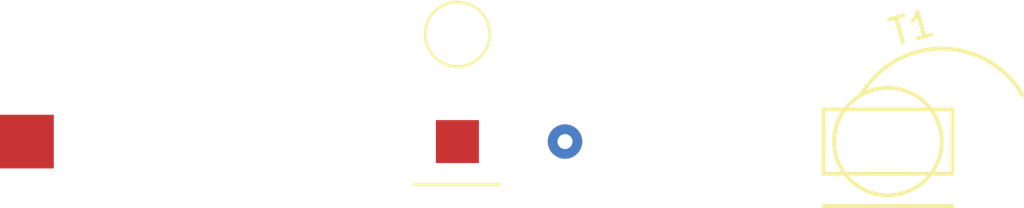
<source format=kicad_pcb>


(kicad_pcb (version 20171130) (host pcbnew 5.1.6)

  (page A3)
  (title_block
    (title "pcb")
    (rev "v9.9")
    (company "Ergogen Tests")
  )

  (general
    (thickness 1.6)
  )

  (layers
    (0 F.Cu signal)
    (31 B.Cu signal)
    (32 B.Adhes user)
    (33 F.Adhes user)
    (34 B.Paste user)
    (35 F.Paste user)
    (36 B.SilkS user)
    (37 F.SilkS user)
    (38 B.Mask user)
    (39 F.Mask user)
    (40 Dwgs.User user)
    (41 Cmts.User user)
    (42 Eco1.User user)
    (43 Eco2.User user)
    (44 Edge.Cuts user)
    (45 Margin user)
    (46 B.CrtYd user)
    (47 F.CrtYd user)
    (48 B.Fab user)
    (49 F.Fab user)
  )

  (setup
    (last_trace_width 0.25)
    (trace_clearance 0.2)
    (zone_clearance 0.508)
    (zone_45_only no)
    (trace_min 0.2)
    (via_size 0.8)
    (via_drill 0.4)
    (via_min_size 0.4)
    (via_min_drill 0.3)
    (uvia_size 0.3)
    (uvia_drill 0.1)
    (uvias_allowed no)
    (uvia_min_size 0.2)
    (uvia_min_drill 0.1)
    (edge_width 0.05)
    (segment_width 0.2)
    (pcb_text_width 0.3)
    (pcb_text_size 1.5 1.5)
    (mod_edge_width 0.12)
    (mod_text_size 1 1)
    (mod_text_width 0.15)
    (pad_size 1.524 1.524)
    (pad_drill 0.762)
    (pad_to_mask_clearance 0.05)
    (aux_axis_origin 0 0)
    (visible_elements FFFFFF7F)
    (pcbplotparams
      (layerselection 0x010fc_ffffffff)
      (usegerberextensions false)
      (usegerberattributes true)
      (usegerberadvancedattributes true)
      (creategerberjobfile true)
      (excludeedgelayer true)
      (linewidth 0.100000)
      (plotframeref false)
      (viasonmask false)
      (mode 1)
      (useauxorigin false)
      (hpglpennumber 1)
      (hpglpenspeed 20)
      (hpglpendiameter 15.000000)
      (psnegative false)
      (psa4output false)
      (plotreference true)
      (plotvalue true)
      (plotinvisibletext false)
      (padsonsilk false)
      (subtractmaskfromsilk false)
      (outputformat 1)
      (mirror false)
      (drillshape 1)
      (scaleselection 1)
      (outputdirectory ""))
  )

  (net 0 "")
(net 1 "GND")
(net 2 "VCC")

  (net_class Default "This is the default net class."
    (clearance 0.2)
    (trace_width 0.25)
    (via_dia 0.8)
    (via_drill 0.4)
    (uvia_dia 0.3)
    (uvia_drill 0.1)
    (add_net "")
(add_net "GND")
(add_net "VCC")
  )

  
    
        (module pad_minimal (layer F.Cu) (tedit 0)

            (at 10 0 0)

            (fp_text reference "FP1" (at 0 0) (layer F.SilkS) hide (effects (font (size 1.27 1.27) (thickness 0.15))))
            (fp_text value "" (at 0 0) (layer F.SilkS) hide (effects (font (size 1.27 1.27) (thickness 0.15))))

            (pad 1 smd rect (at 0 0 0) (size 2.5 2.5) (layers F.Cu F.Mask) (net 1 "GND"))

        )
    
        

    
        (module pad_primitives (layer F.Cu) (tedit 0)

            (at 30 0 0)

            (fp_text reference "FP2" (at 0 0) (layer F.SilkS) hide (effects (font (size 1.27 1.27) (thickness 0.15))))
            (fp_text value "" (at 0 0) (layer F.SilkS) hide (effects (font (size 1.27 1.27) (thickness 0.15))))

            (pad 1 smd rect (at 0 0 0) (size 2 2) (layers F.Cu F.Mask) (net 2 "VCC"))
            (pad 2 thru_hole circle (at 5 0 0) (size 1.6 1.6) (drill 0.7) (layers F.Cu B.Cu F.Mask B.Mask) (net 2 "VCC"))
            (fp_circle (center 0 -5) (end 1.5 -5) (layer F.SilkS) (width 0.12))
            (fp_line (start -2 2) (end 2 2) (layer F.SilkS) (width 0.12))

        )
    
        

    
        (module primitives_templated (layer F.Cu) (tedit 0)

            (at 50 0 0)

            (fp_text reference "FP3" (at 0 0) (layer F.SilkS) hide (effects (font (size 1.27 1.27) (thickness 0.15))))
            (fp_text value "" (at 0 0) (layer F.SilkS) hide (effects (font (size 1.27 1.27) (thickness 0.15))))

            (fp_circle (center 0 0) (end 2.5 0) (layer F.SilkS) (width 0.18))
            (fp_line (start -3 3) (end 3 3) (layer F.SilkS) (width 0.18))
            (fp_arc (start 2.5 0) (end -1.2499999999999996 -2.165063509461097) (angle 120) (layer F.SilkS) (width 0.18))
            (fp_line (start -3 1.5) (end 3 1.5) (layer F.SilkS) (width 0.18))
            (fp_line (start 3 1.5) (end 3 -1.5) (layer F.SilkS) (width 0.18))
            (fp_line (start 3 -1.5) (end -3 -1.5) (layer F.SilkS) (width 0.18))
            (fp_line (start -3 -1.5) (end -3 1.5) (layer F.SilkS) (width 0.18))
            (fp_text user "T1" (at 0 -5 15) (layer F.SilkS) (effects (font (size 1.2 1.2) (thickness 0.18)) (justify left)))

        )
    
        
  

)
</source>
